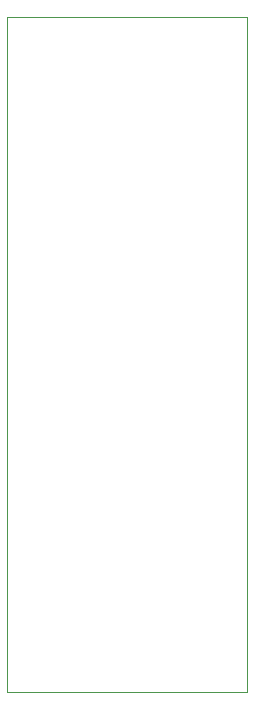
<source format=gbr>
G04 #@! TF.FileFunction,Profile,NP*
%FSLAX46Y46*%
G04 Gerber Fmt 4.6, Leading zero omitted, Abs format (unit mm)*
G04 Created by KiCad (PCBNEW 4.0.6) date Tue Jul 25 23:33:38 2017*
%MOMM*%
%LPD*%
G01*
G04 APERTURE LIST*
%ADD10C,0.100000*%
G04 APERTURE END LIST*
D10*
X136398000Y-125857000D02*
X136398000Y-68707000D01*
X116078000Y-125857000D02*
X116078000Y-68707000D01*
X136398000Y-68707000D02*
X116078000Y-68707000D01*
X116078000Y-125857000D02*
X136398000Y-125857000D01*
M02*

</source>
